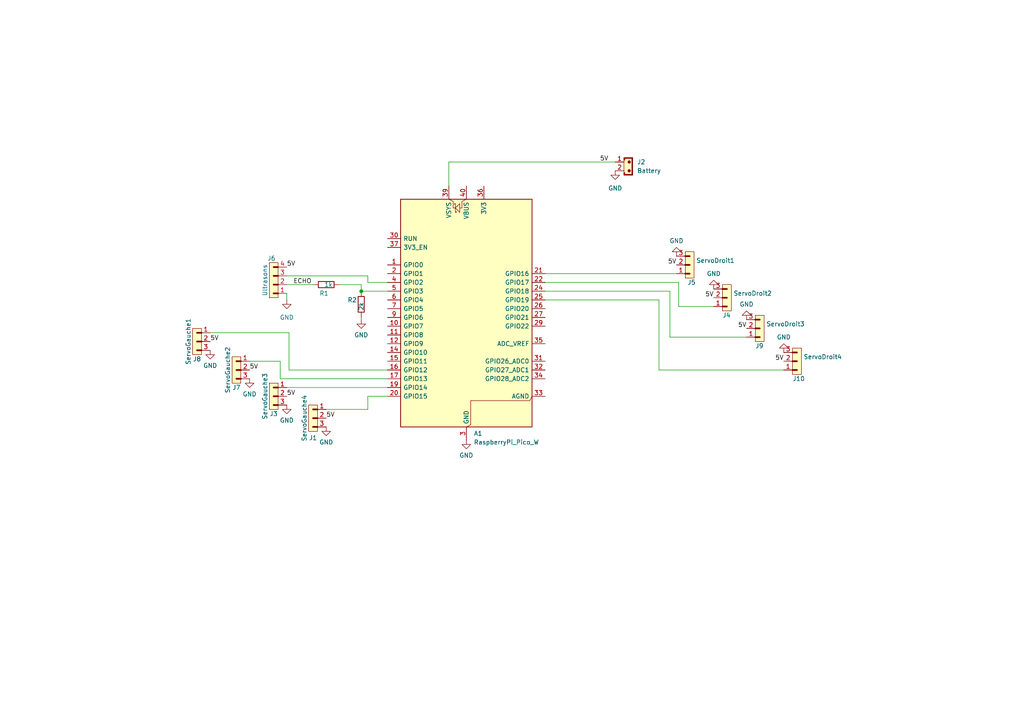
<source format=kicad_sch>
(kicad_sch (version 20250114) (generator "eeschema") (generator_version "9.0")
  (paper "A4")
  (lib_symbols
    (symbol "MCU_Module:RaspberryPi_Pico_W" (pin_names (offset 0.762))
      (property "Reference" "A" (at -19.05 35.56 0))
      (property "Value" "RaspberryPi_Pico_W" (at 7.62 35.56 0))
      (symbol "RaspberryPi_Pico_W_0_1"
        (rectangle (start -19.05 34.29) (end 19.05 -31.75) (stroke (width 0.254)) (fill (type background)))
        (polyline (pts (xy -5.08 34.29) (xy -3.81 33.655) (xy -3.81 31.75) (xy -3.175 31.75)))
        (polyline (pts (xy -3.429 32.766) (xy -3.429 33.02) (xy -3.175 33.02) (xy -3.175 30.48) (xy -2.921 30.48) (xy -2.921 30.734)))
        (polyline (pts (xy -3.175 31.75) (xy -1.905 33.02) (xy -1.905 30.48) (xy -3.175 31.75)))
        (polyline (pts (xy 0 34.29) (xy -1.27 33.655) (xy -1.27 31.75) (xy -1.905 31.75)))
        (polyline (pts (xy 0 -31.75) (xy 1.27 -31.115) (xy 1.27 -24.13) (xy 18.415 -24.13) (xy 19.05 -22.86)))
      )
      (symbol "RaspberryPi_Pico_W_1_1"
        (pin passive line (at -22.86 22.86 0) (length 3.81) (name "RUN") (number "30"))
        (pin passive line (at -22.86 20.32 0) (length 3.81) (name "3V3_EN") (number "37"))
        (pin bidirectional line (at -22.86 15.24 0) (length 3.81) (name "GPIO0") (number "1"))
        (pin bidirectional line (at -22.86 12.7 0) (length 3.81) (name "GPIO1") (number "2"))
        (pin bidirectional line (at -22.86 10.16 0) (length 3.81) (name "GPIO2") (number "4"))
        (pin bidirectional line (at -22.86 7.62 0) (length 3.81) (name "GPIO3") (number "5"))
        (pin bidirectional line (at -22.86 5.08 0) (length 3.81) (name "GPIO4") (number "6"))
        (pin bidirectional line (at -22.86 2.54 0) (length 3.81) (name "GPIO5") (number "7"))
        (pin bidirectional line (at -22.86 0 0) (length 3.81) (name "GPIO6") (number "9"))
        (pin bidirectional line (at -22.86 -2.54 0) (length 3.81) (name "GPIO7") (number "10"))
        (pin bidirectional line (at -22.86 -5.08 0) (length 3.81) (name "GPIO8") (number "11"))
        (pin bidirectional line (at -22.86 -7.62 0) (length 3.81) (name "GPIO9") (number "12"))
        (pin bidirectional line (at -22.86 -10.16 0) (length 3.81) (name "GPIO10") (number "14"))
        (pin bidirectional line (at -22.86 -12.7 0) (length 3.81) (name "GPIO11") (number "15"))
        (pin bidirectional line (at -22.86 -15.24 0) (length 3.81) (name "GPIO12") (number "16"))
        (pin bidirectional line (at -22.86 -17.78 0) (length 3.81) (name "GPIO13") (number "17"))
        (pin bidirectional line (at -22.86 -20.32 0) (length 3.81) (name "GPIO14") (number "19"))
        (pin bidirectional line (at -22.86 -22.86 0) (length 3.81) (name "GPIO15") (number "20"))
        (pin power_in line (at -5.08 38.1 270) (length 3.81) (name "VSYS") (number "39"))
        (pin power_out line (at 0 38.1 270) (length 3.81) (name "VBUS") (number "40"))
        (pin passive line (at 0 -35.56 90) (length 3.81) (hide yes) (name "GND") (number "13"))
        (pin passive line (at 0 -35.56 90) (length 3.81) (hide yes) (name "GND") (number "18"))
        (pin passive line (at 0 -35.56 90) (length 3.81) (hide yes) (name "GND") (number "23"))
        (pin passive line (at 0 -35.56 90) (length 3.81) (hide yes) (name "GND") (number "28"))
        (pin power_out line (at 0 -35.56 90) (length 3.81) (name "GND") (number "3"))
        (pin passive line (at 0 -35.56 90) (length 3.81) (hide yes) (name "GND") (number "38"))
        (pin passive line (at 0 -35.56 90) (length 3.81) (hide yes) (name "GND") (number "8"))
        (pin power_out line (at 5.08 38.1 270) (length 3.81) (name "3V3") (number "36"))
        (pin bidirectional line (at 22.86 12.7 180) (length 3.81) (name "GPIO16") (number "21"))
        (pin bidirectional line (at 22.86 10.16 180) (length 3.81) (name "GPIO17") (number "22"))
        (pin bidirectional line (at 22.86 7.62 180) (length 3.81) (name "GPIO18") (number "24"))
        (pin bidirectional line (at 22.86 5.08 180) (length 3.81) (name "GPIO19") (number "25"))
        (pin bidirectional line (at 22.86 2.54 180) (length 3.81) (name "GPIO20") (number "26"))
        (pin bidirectional line (at 22.86 0 180) (length 3.81) (name "GPIO21") (number "27"))
        (pin bidirectional line (at 22.86 -2.54 180) (length 3.81) (name "GPIO22") (number "29"))
        (pin power_in line (at 22.86 -7.62 180) (length 3.81) (name "ADC_VREF") (number "35"))
        (pin bidirectional line (at 22.86 -12.7 180) (length 3.81) (name "GPIO26_ADC0") (number "31"))
        (pin bidirectional line (at 22.86 -15.24 180) (length 3.81) (name "GPIO27_ADC1") (number "32"))
        (pin bidirectional line (at 22.86 -17.78 180) (length 3.81) (name "GPIO28_ADC2") (number "34"))
        (pin power_out line (at 22.86 -22.86 180) (length 3.81) (name "AGND") (number "33"))
      )
    )
    (symbol "PCM_SL_Connectors:JST_02"
      (property "Reference" "J" (at 0 7.62 0))
      (property "Value" "JST_02" (at 0 5.08 0))
      (symbol "JST_02_0_1"
        (rectangle (start -1.27 2.54) (end 1.27 -2.54) (fill (type background)))
        (polyline (pts (xy -1.27 -1.778) (xy -1.27 -2.54) (xy 1.27 -2.54) (xy 1.27 -1.778) (xy 1.016 -1.778) (xy 1.016 -2.286) (xy -1.016 -2.286) (xy -1.016 -1.778) (xy -1.27 -1.778)) (fill (type outline)))
        (circle (center 0.254 1.27) (radius 0.381) (fill (type outline)))
        (circle (center 0.254 -1.27) (radius 0.381) (fill (type outline)))
        (rectangle (start 1.016 1.778) (end 1.27 -1.778) (fill (type outline)))
        (polyline (pts (xy 1.27 1.778) (xy 1.27 2.54) (xy -1.27 2.54) (xy -1.27 1.778) (xy -1.016 1.778) (xy -1.016 2.286) (xy 1.016 2.286) (xy 1.016 1.778) (xy 1.27 1.778)) (fill (type outline)))
      )
      (symbol "JST_02_1_1"
        (pin passive line (at -3.81 1.27 0) (length 2.54) (name "") (number "1"))
        (pin passive line (at -3.81 -1.27 0) (length 2.54) (name "") (number "2"))
      )
    )
    (symbol "PCM_SL_Pin_Headers:PINHD_1x3_Male"
      (property "Reference" "J" (at 0 7.62 0))
      (property "Value" "PINHD_1x3_Male" (at 0 5.08 0))
      (symbol "PINHD_1x3_Male_0_1"
        (rectangle (start -1.27 3.81) (end 1.27 -3.81) (fill (type background)))
        (polyline (pts (xy -1.27 2.54) (xy 0 2.54)) (stroke (width 0.3)))
        (polyline (pts (xy -1.27 2.54) (xy 0 2.54)) (stroke (width 0.5)))
        (polyline (pts (xy -1.27 0) (xy 0 0)) (stroke (width 0.3)))
        (polyline (pts (xy -1.27 0) (xy 0 0)) (stroke (width 0.5)))
        (polyline (pts (xy -1.27 -2.54) (xy 0 -2.54)) (stroke (width 0.3)))
        (polyline (pts (xy -1.27 -2.54) (xy 0 -2.54)) (stroke (width 0.5)))
      )
      (symbol "PINHD_1x3_Male_1_1"
        (pin passive line (at -3.81 2.54 0) (length 2.54) (name "") (number "1"))
        (pin passive line (at -3.81 0 0) (length 2.54) (name "") (number "2"))
        (pin passive line (at -3.81 -2.54 0) (length 2.54) (name "") (number "3"))
      )
    )
    (symbol "PCM_SL_Pin_Headers:PINHD_1x4_Male"
      (property "Reference" "J" (at 0 8.89 0))
      (property "Value" "PINHD_1x4_Male" (at 0 6.35 0))
      (symbol "PINHD_1x4_Male_0_1"
        (rectangle (start -1.27 5.08) (end 1.27 -5.08) (fill (type background)))
        (polyline (pts (xy -1.27 3.81) (xy 0 3.81)) (stroke (width 0.3)))
        (polyline (pts (xy -1.27 3.81) (xy 0 3.81)) (stroke (width 0.5)))
        (polyline (pts (xy -1.27 1.27) (xy 0 1.27)) (stroke (width 0.3)))
        (polyline (pts (xy -1.27 1.27) (xy 0 1.27)) (stroke (width 0.5)))
        (polyline (pts (xy -1.27 -1.27) (xy 0 -1.27)) (stroke (width 0.3)))
        (polyline (pts (xy -1.27 -1.27) (xy 0 -1.27)) (stroke (width 0.5)))
        (polyline (pts (xy -1.27 -3.81) (xy 0 -3.81)) (stroke (width 0.3)))
        (polyline (pts (xy -1.27 -3.81) (xy 0 -3.81)) (stroke (width 0.5)))
      )
      (symbol "PINHD_1x4_Male_1_1"
        (pin passive line (at -3.81 3.81 0) (length 2.54) (name "") (number "1"))
        (pin passive line (at -3.81 1.27 0) (length 2.54) (name "") (number "2"))
        (pin passive line (at -3.81 -1.27 0) (length 2.54) (name "") (number "3"))
        (pin passive line (at -3.81 -3.81 0) (length 2.54) (name "") (number "4"))
      )
    )
    (symbol "PCM_SL_Resistors:1k"
      (property "Reference" "R" (at 0 5.08 0))
      (property "Value" "1k" (at 0 2.54 0))
      (symbol "1k_0_1"
        (rectangle (start -2.286 0.889) (end 2.286 -0.889) (stroke (width 0.24)))
      )
      (symbol "1k_1_1"
        (pin passive line (at -3.81 0 0) (length 1.5) (name "") (number "1"))
        (pin passive line (at 3.81 0 180) (length 1.5) (name "~") (number "2"))
      )
    )
    (symbol "PCM_SL_Resistors:Resistor"
      (property "Reference" "R" (at 0 5.08 0))
      (property "Value" "Resistor" (at 0 2.54 0))
      (symbol "Resistor_0_1"
        (rectangle (start -2.286 0.889) (end 2.286 -0.889) (stroke (width 0.24)))
      )
      (symbol "Resistor_1_1"
        (pin passive line (at -3.81 0 0) (length 1.5) (name "") (number "1"))
        (pin passive line (at 3.81 0 180) (length 1.5) (name "~") (number "2"))
      )
    )
    (symbol "power:GND" (power) (pin_numbers (hide yes)) (pin_names (offset 0) (hide yes))
      (property "Value" "GND" (at 0 -3.81 0))
      (symbol "GND_0_1"
        (polyline (pts (xy 0 0) (xy 0 -1.27) (xy 1.27 -1.27) (xy 0 -2.54) (xy -1.27 -1.27) (xy 0 -1.27)))
      )
      (symbol "GND_1_1"
        (pin power_in line (at 0 0 270) (length 0) (name "~") (number "1"))
      )
    )
  )
  (junction (at 104.775 84.455))
  (wire (pts (xy 158.115 81.915) (xy 196.85 81.915)))
  (wire (pts (xy 112.395 114.935) (xy 106.68 114.935)))
  (wire (pts (xy 196.85 88.9) (xy 207.01 88.9)))
  (wire (pts (xy 106.68 118.745) (xy 94.615 118.745)))
  (wire (pts (xy 130.175 46.99) (xy 178.435 46.99)))
  (wire (pts (xy 106.68 114.935) (xy 106.68 118.745)))
  (wire (pts (xy 81.28 104.775) (xy 72.39 104.775)))
  (wire (pts (xy 194.31 97.79) (xy 216.535 97.79)))
  (wire (pts (xy 112.395 109.855) (xy 81.28 109.855)))
  (wire (pts (xy 106.68 81.915) (xy 112.395 81.915)))
  (wire (pts (xy 106.68 80.01) (xy 106.68 81.915)))
  (wire (pts (xy 194.31 84.455) (xy 194.31 97.79)))
  (wire (pts (xy 130.175 46.99) (xy 130.175 53.975)))
  (wire (pts (xy 83.185 85.09) (xy 83.185 86.995)))
  (wire (pts (xy 98.425 82.55) (xy 104.775 82.55)))
  (wire (pts (xy 83.185 112.395) (xy 112.395 112.395)))
  (wire (pts (xy 83.82 107.315) (xy 83.82 96.52)))
  (wire (pts (xy 83.82 96.52) (xy 60.96 96.52)))
  (wire (pts (xy 81.28 109.855) (xy 81.28 104.775)))
  (wire (pts (xy 104.775 92.075) (xy 104.775 92.71)))
  (wire (pts (xy 158.115 79.375) (xy 196.215 79.375)))
  (wire (pts (xy 83.185 80.01) (xy 106.68 80.01)))
  (wire (pts (xy 158.115 84.455) (xy 194.31 84.455)))
  (wire (pts (xy 83.185 82.55) (xy 90.805 82.55)))
  (wire (pts (xy 191.135 107.315) (xy 227.33 107.315)))
  (wire (pts (xy 104.775 84.455) (xy 112.395 84.455)))
  (wire (pts (xy 104.775 82.55) (xy 104.775 84.455)))
  (wire (pts (xy 112.395 107.315) (xy 83.82 107.315)))
  (wire (pts (xy 191.135 86.995) (xy 191.135 107.315)))
  (wire (pts (xy 158.115 86.995) (xy 191.135 86.995)))
  (wire (pts (xy 196.85 81.915) (xy 196.85 88.9)))
  (label "5V" (at 227.33 104.775 180))
  (label "5V" (at 83.185 77.47 0))
  (label "5V" (at 173.99 46.99 0))
  (label "5V" (at 72.39 107.315 0))
  (label "5V" (at 60.96 99.06 0))
  (label "5V" (at 196.215 76.835 180))
  (label "ECHO" (at 85.09 82.55 0))
  (label "5V" (at 207.01 86.36 180))
  (label "5V" (at 94.615 121.285 0))
  (label "5V" (at 216.535 95.25 180))
  (label "5V" (at 83.185 114.935 0))
  (symbol (lib_id "PCM_SL_Pin_Headers:PINHD_1x3_Male") (at 57.15 99.06 0) (mirror y) (unit 1)
    (property "Reference" "J8" (at 57.15 104.14 0))
    (property "Value" "ServoGauche1" (at 54.61 99.06 90))
    (property "Footprint" "Connector_PinHeader_2.54mm:PinHeader_1x03_P2.54mm_Vertical" (effects (hide yes)))
    (property "Description" "Pin Header male with pin space 2.54mm. Pin Count -3" (effects (hide yes)))
  )
  (symbol (lib_id "PCM_SL_Resistors:Resistor") (at 104.775 88.265 270) (mirror x) (unit 1)
    (property "Reference" "R2" (at 103.505 86.995 90) (effects (justify right)))
    (property "Value" "2k" (at 104.775 87.63 0) (effects (justify right)))
    (property "Footprint" "Resistor_THT:R_Axial_DIN0207_L6.3mm_D2.5mm_P10.16mm_Horizontal" (effects (hide yes)))
    (property "Description" "1/4W Resistor" (effects (hide yes)))
  )
  (symbol (lib_id "power:GND") (at 104.775 92.71 0) (mirror y) (unit 1)
    (property "Reference" "#PWR08" (effects (hide yes)))
    (property "Value" "GND" (at 104.775 97.155 0))
    (property "Description" "Power symbol creates a global label with name \"GND\" , ground" (effects (hide yes)))
  )
  (symbol (lib_id "power:GND") (at 178.435 49.53 0) (unit 1)
    (property "Reference" "#PWR01" (effects (hide yes)))
    (property "Value" "GND" (at 178.435 54.61 0))
    (property "Description" "Power symbol creates a global label with name \"GND\" , ground" (effects (hide yes)))
  )
  (symbol (lib_id "power:GND") (at 94.615 123.825 0) (unit 1)
    (property "Reference" "#PWR04" (effects (hide yes)))
    (property "Value" "GND" (at 94.615 128.27 0))
    (property "Description" "Power symbol creates a global label with name \"GND\" , ground" (effects (hide yes)))
  )
  (symbol (lib_id "power:GND") (at 216.535 92.71 0) (mirror x) (unit 1)
    (property "Reference" "#PWR011" (effects (hide yes)))
    (property "Value" "GND" (at 216.535 88.265 0))
    (property "Description" "Power symbol creates a global label with name \"GND\" , ground" (effects (hide yes)))
  )
  (symbol (lib_id "power:GND") (at 227.33 102.235 0) (mirror x) (unit 1)
    (property "Reference" "#PWR012" (effects (hide yes)))
    (property "Value" "GND" (at 227.33 97.79 0))
    (property "Description" "Power symbol creates a global label with name \"GND\" , ground" (effects (hide yes)))
  )
  (symbol (lib_id "power:GND") (at 83.185 86.995 0) (unit 1)
    (property "Reference" "#PWR07" (effects (hide yes)))
    (property "Value" "GND" (at 83.185 92.075 0))
    (property "Description" "Power symbol creates a global label with name \"GND\" , ground" (effects (hide yes)))
  )
  (symbol (lib_id "power:GND") (at 83.185 117.475 0) (unit 1)
    (property "Reference" "#PWR03" (effects (hide yes)))
    (property "Value" "GND" (at 83.185 121.92 0))
    (property "Description" "Power symbol creates a global label with name \"GND\" , ground" (effects (hide yes)))
  )
  (symbol (lib_id "PCM_SL_Pin_Headers:PINHD_1x3_Male") (at 220.345 95.25 0) (mirror x) (unit 1)
    (property "Reference" "J9" (at 219.075 100.33 0) (effects (justify left)))
    (property "Value" "ServoDroit3" (at 222.25 93.9801 0) (effects (justify left)))
    (property "Footprint" "Connector_PinHeader_2.54mm:PinHeader_1x03_P2.54mm_Vertical" (effects (hide yes)))
    (property "Description" "Pin Header male with pin space 2.54mm. Pin Count -3" (effects (hide yes)))
  )
  (symbol (lib_id "MCU_Module:RaspberryPi_Pico_W") (at 135.255 92.075 0) (unit 1)
    (property "Reference" "A1" (at 137.3983 125.73 0) (effects (justify left)))
    (property "Value" "RaspberryPi_Pico_W" (at 137.3983 128.27 0) (effects (justify left)))
    (property "Footprint" "PCM_SL_Development_Boards:raspberry_pi_pico_THT" (effects (hide yes)))
    (property "Datasheet" "https://datasheets.raspberrypi.com/picow/pico-w-datasheet.pdf" (effects (hide yes)))
    (property "Description" "Versatile and inexpensive wireless microcontroller module powered by RP2040 dual-core Arm Cortex-M0+ processor up to 133 MHz, 264kB SRAM, 2MB QSPI flash, Infineon CYW43439 2.4GHz 802.11n wireless LAN; also supports Raspberry Pi Pico 2 W" (effects (hide yes)))
  )
  (symbol (lib_id "PCM_SL_Pin_Headers:PINHD_1x3_Male") (at 90.805 121.285 0) (mirror y) (unit 1)
    (property "Reference" "J1" (at 90.805 127 0))
    (property "Value" "ServoGauche4" (at 88.265 121.285 90))
    (property "Footprint" "Connector_PinHeader_2.54mm:PinHeader_1x03_P2.54mm_Vertical" (effects (hide yes)))
    (property "Description" "Pin Header male with pin space 2.54mm. Pin Count -3" (effects (hide yes)))
  )
  (symbol (lib_id "PCM_SL_Pin_Headers:PINHD_1x3_Male") (at 68.58 107.315 0) (mirror y) (unit 1)
    (property "Reference" "J7" (at 68.58 112.395 0))
    (property "Value" "ServoGauche2" (at 66.04 107.315 90))
    (property "Footprint" "Connector_PinHeader_2.54mm:PinHeader_1x03_P2.54mm_Vertical" (effects (hide yes)))
    (property "Description" "Pin Header male with pin space 2.54mm. Pin Count -3" (effects (hide yes)))
  )
  (symbol (lib_id "PCM_SL_Connectors:JST_02") (at 182.245 48.26 0) (unit 1)
    (property "Reference" "J2" (at 184.785 46.9899 0) (effects (justify left)))
    (property "Value" "Battery" (at 184.785 49.5299 0) (effects (justify left)))
    (property "Footprint" "Connector_JST:JST_EH_B2B-EH-A_1x02_P2.50mm_Vertical" (effects (hide yes)))
    (property "Description" "JST Connector  2 pins" (effects (hide yes)))
  )
  (symbol (lib_id "power:GND") (at 196.215 74.295 0) (mirror x) (unit 1)
    (property "Reference" "#PWR05" (effects (hide yes)))
    (property "Value" "GND" (at 196.215 69.85 0))
    (property "Description" "Power symbol creates a global label with name \"GND\" , ground" (effects (hide yes)))
  )
  (symbol (lib_id "power:GND") (at 135.255 127.635 0) (unit 1)
    (property "Reference" "#PWR02" (effects (hide yes)))
    (property "Value" "GND" (at 135.255 132.08 0))
    (property "Description" "Power symbol creates a global label with name \"GND\" , ground" (effects (hide yes)))
  )
  (symbol (lib_id "PCM_SL_Pin_Headers:PINHD_1x3_Male") (at 200.025 76.835 0) (mirror x) (unit 1)
    (property "Reference" "J5" (at 199.39 81.915 0) (effects (justify left)))
    (property "Value" "ServoDroit1" (at 201.93 75.5651 0) (effects (justify left)))
    (property "Footprint" "Connector_PinHeader_2.54mm:PinHeader_1x03_P2.54mm_Vertical" (effects (hide yes)))
    (property "Description" "Pin Header male with pin space 2.54mm. Pin Count -3" (effects (hide yes)))
  )
  (symbol (lib_id "power:GND") (at 72.39 109.855 0) (unit 1)
    (property "Reference" "#PWR09" (effects (hide yes)))
    (property "Value" "GND" (at 72.39 114.3 0))
    (property "Description" "Power symbol creates a global label with name \"GND\" , ground" (effects (hide yes)))
  )
  (symbol (lib_id "PCM_SL_Pin_Headers:PINHD_1x3_Male") (at 79.375 114.935 0) (mirror y) (unit 1)
    (property "Reference" "J3" (at 79.375 120.015 0))
    (property "Value" "ServoGauche3" (at 76.835 114.935 90))
    (property "Footprint" "Connector_PinHeader_2.54mm:PinHeader_1x03_P2.54mm_Vertical" (effects (hide yes)))
    (property "Description" "Pin Header male with pin space 2.54mm. Pin Count -3" (effects (hide yes)))
  )
  (symbol (lib_id "PCM_SL_Resistors:1k") (at 94.615 82.55 0) (mirror y) (unit 1)
    (property "Reference" "R1" (at 93.98 85.09 0))
    (property "Value" "1k" (at 95.25 82.55 0))
    (property "Footprint" "Resistor_THT:R_Axial_DIN0207_L6.3mm_D2.5mm_P10.16mm_Horizontal" (effects (hide yes)))
    (property "Description" "1kΩ, 1/4W Resistor" (effects (hide yes)))
  )
  (symbol (lib_id "power:GND") (at 60.96 101.6 0) (unit 1)
    (property "Reference" "#PWR010" (effects (hide yes)))
    (property "Value" "GND" (at 60.96 106.045 0))
    (property "Description" "Power symbol creates a global label with name \"GND\" , ground" (effects (hide yes)))
  )
  (symbol (lib_id "PCM_SL_Pin_Headers:PINHD_1x4_Male") (at 79.375 81.28 180) (unit 1)
    (property "Reference" "J6" (at 78.74 74.93 0))
    (property "Value" "Ultrasons" (at 76.835 81.28 90))
    (property "Footprint" "Connector_PinHeader_2.54mm:PinHeader_1x04_P2.54mm_Vertical" (effects (hide yes)))
    (property "Description" "Pin Header male with pin space 2.54mm. Pin Count -4" (effects (hide yes)))
  )
  (symbol (lib_id "PCM_SL_Pin_Headers:PINHD_1x3_Male") (at 231.14 104.775 0) (mirror x) (unit 1)
    (property "Reference" "J10" (at 229.87 109.855 0) (effects (justify left)))
    (property "Value" "ServoDroit4" (at 233.045 103.5051 0) (effects (justify left)))
    (property "Footprint" "Connector_PinHeader_2.54mm:PinHeader_1x03_P2.54mm_Vertical" (effects (hide yes)))
    (property "Description" "Pin Header male with pin space 2.54mm. Pin Count -3" (effects (hide yes)))
  )
  (symbol (lib_id "PCM_SL_Pin_Headers:PINHD_1x3_Male") (at 210.82 86.36 0) (mirror x) (unit 1)
    (property "Reference" "J4" (at 209.55 91.44 0) (effects (justify left)))
    (property "Value" "ServoDroit2" (at 212.725 85.0901 0) (effects (justify left)))
    (property "Footprint" "Connector_PinHeader_2.54mm:PinHeader_1x03_P2.54mm_Vertical" (effects (hide yes)))
    (property "Description" "Pin Header male with pin space 2.54mm. Pin Count -3" (effects (hide yes)))
  )
  (symbol (lib_id "power:GND") (at 207.01 83.82 0) (mirror x) (unit 1)
    (property "Reference" "#PWR06" (effects (hide yes)))
    (property "Value" "GND" (at 207.01 79.375 0))
    (property "Description" "Power symbol creates a global label with name \"GND\" , ground" (effects (hide yes)))
  )
)
</source>
